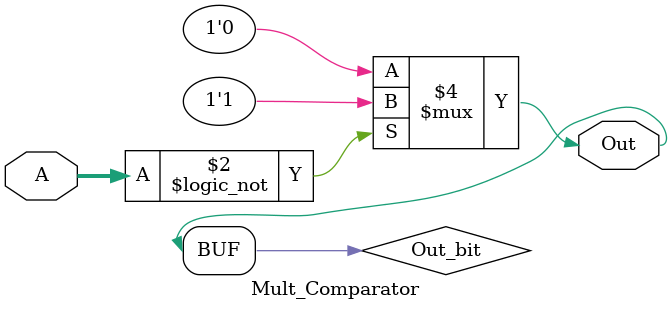
<source format=sv>
module Mult_Comparator
 #(
	parameter INBits=16
)
(
	input [INBits-1:0] A,
	
	output Out

);

bit Out_bit;

always_comb
begin	
	
	if(A == 16'b0)
		Out_bit = 1'b1;
		
	else
		Out_bit = 1'b0;
		
	
end

assign Out = Out_bit;


endmodule

</source>
